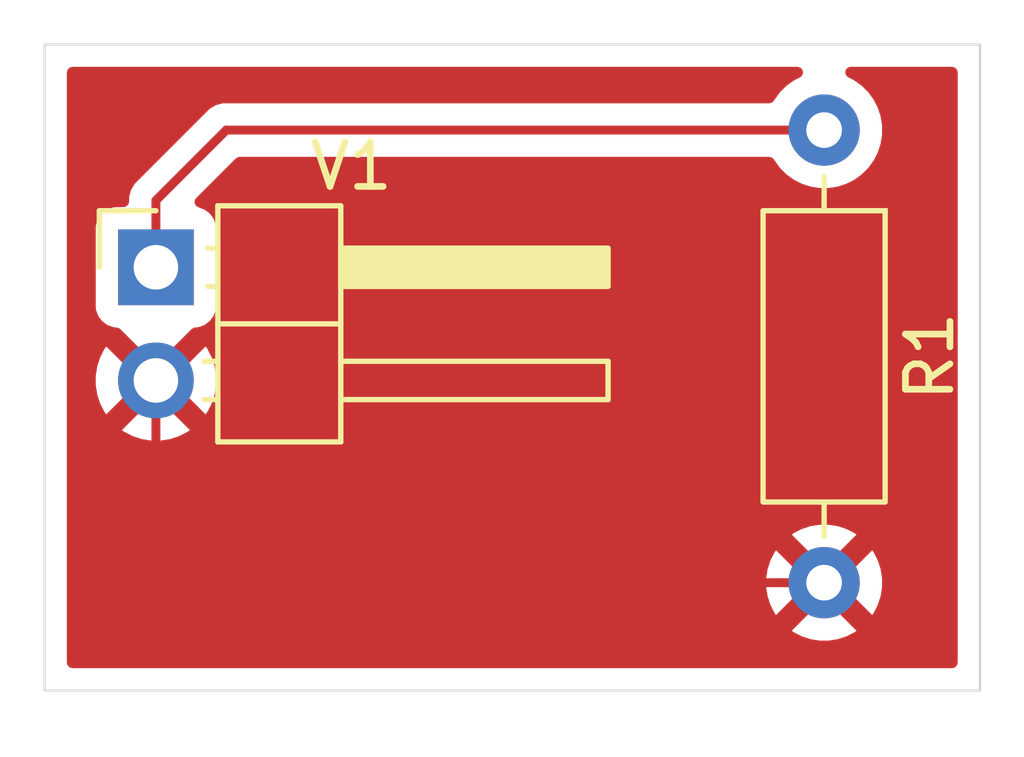
<source format=kicad_pcb>
(kicad_pcb (version 20241229) (generator "pcbnew") (generator_version "9.0")
  (layers (0 "F.Cu" signal) (2 "B.Cu" signal) (13 "F.Paste" user) (15 "B.Paste" user) (5 "F.SilkS" user "F.Silkscreen") (7 "B.SilkS" user "B.Silkscreen") (1 "F.Mask" user) (3 "B.Mask" user) (25 "Edge.Cuts" user))
  (net 0 "")
  (net 1 "Net-(R1-Pad1)")
  (net 2 "GND")
  (footprint "Resistor_THT:R_Axial_DIN0207_L6.3mm_D2.5mm_P10.16mm_Horizontal" (layer "F.Cu") (at 169.5 130.92 -90)
    (property "Reference" "R1" (at 5.08 -2.37 90) (layer "F.SilkS"))
    (property "Value" "1k")
    (fp_line (start 1.04 0) (end 1.81 0) (stroke (width 0.12)) (layer "F.SilkS"))
    (fp_line (start 9.12 0) (end 8.35 0) (stroke (width 0.12)) (layer "F.SilkS"))
    (fp_rect (start 1.81 -1.37) (end 8.35 1.37) (stroke (width 0.12)) (fill no) (layer "F.SilkS"))
    (pad "1" thru_hole circle (at 0 0 270) (size 1.6 1.6) (drill 0.8) (layers "*.Cu" "*.Mask") (net 1 "Net-(R1-Pad1)"))
    (pad "2" thru_hole circle (at 10.16 0 270) (size 1.6 1.6) (drill 0.8) (layers "*.Cu" "*.Mask") (net 2 "GND"))
  )
  (footprint "Connector_PinHeader_2.54mm:PinHeader_1x02_P2.54mm_Horizontal" (layer "F.Cu") (at 154.5 134)
    (property "Reference" "V1" (at 4.385 -2.27 0) (layer "F.SilkS"))
    (property "Value" "5V")
    (fp_line (start -1.27 -1.27) (end 0 -1.27) (stroke (width 0.12)) (layer "F.SilkS"))
    (fp_line (start -1.27 0) (end -1.27 -1.27) (stroke (width 0.12)) (layer "F.SilkS"))
    (fp_line (start 1.077358 2.11) (end 1.39 2.11) (stroke (width 0.12)) (layer "F.SilkS"))
    (fp_line (start 1.077358 2.97) (end 1.39 2.97) (stroke (width 0.12)) (layer "F.SilkS"))
    (fp_line (start 1.16 -0.43) (end 1.39 -0.43) (stroke (width 0.12)) (layer "F.SilkS"))
    (fp_line (start 1.16 0.43) (end 1.39 0.43) (stroke (width 0.12)) (layer "F.SilkS"))
    (fp_line (start 1.39 -1.38) (end 1.39 3.92) (stroke (width 0.12)) (layer "F.SilkS"))
    (fp_line (start 1.39 1.27) (end 4.15 1.27) (stroke (width 0.12)) (layer "F.SilkS"))
    (fp_line (start 1.39 3.92) (end 4.15 3.92) (stroke (width 0.12)) (layer "F.SilkS"))
    (fp_line (start 4.15 -1.38) (end 1.39 -1.38) (stroke (width 0.12)) (layer "F.SilkS"))
    (fp_line (start 4.15 2.11) (end 10.15 2.11) (stroke (width 0.12)) (layer "F.SilkS"))
    (fp_line (start 4.15 3.92) (end 4.15 -1.38) (stroke (width 0.12)) (layer "F.SilkS"))
    (fp_line (start 10.15 2.11) (end 10.15 2.97) (stroke (width 0.12)) (layer "F.SilkS"))
    (fp_line (start 10.15 2.97) (end 4.15 2.97) (stroke (width 0.12)) (layer "F.SilkS"))
    (fp_rect (start 4.15 -0.43) (end 10.15 0.43) (stroke (width 0.12)) (fill yes) (layer "F.SilkS"))
    (pad "1" thru_hole rect (at 0 0) (size 1.7 1.7) (drill 1) (layers "*.Cu" "*.Mask") (net 1 "Net-(R1-Pad1)"))
    (pad "2" thru_hole circle (at 0 2.54) (size 1.7 1.7) (drill 1) (layers "*.Cu" "*.Mask") (net 2 "GND"))
  )
  (gr_rect (start 152 129) (end 173 143.5) (stroke (width 0.05)) (fill no) (layer "Edge.Cuts"))
  (segment (start 154.5 132.5) (end 154.5 134) (width 0.2) (layer "F.Cu") (net 1))
  (segment (start 156.08 130.92) (end 154.5 132.5) (width 0.2) (layer "F.Cu") (net 1))
  (segment (start 169.5 130.92) (end 156.08 130.92) (width 0.2) (layer "F.Cu") (net 1))
  (segment (start 154.5 139.5) (end 154.5 136.54) (width 0.2) (layer "F.Cu") (net 2))
  (segment (start 156.08 141.08) (end 154.5 139.5) (width 0.2) (layer "F.Cu") (net 2))
  (segment (start 169.5 141.08) (end 156.08 141.08) (width 0.2) (layer "F.Cu") (net 2))
  (zone (net 2) (net_name "GND") (layer "F.Cu") (connect_pads (clearance 0.5)) (min_thickness 0.25) (fill yes (thermal_gap 0.5) (thermal_bridge_width 0.5))
    (polygon (pts (xy 151 128) (xy 151 145) (xy 174 145) (xy 174 128)))
  )
)
</source>
